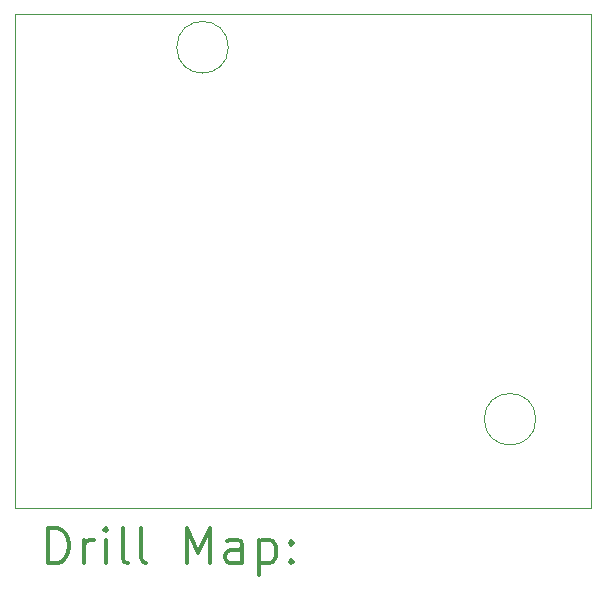
<source format=gbr>
%FSLAX45Y45*%
G04 Gerber Fmt 4.5, Leading zero omitted, Abs format (unit mm)*
G04 Created by KiCad (PCBNEW 5.99.0+really5.1.10+dfsg1-1) date 2021-12-19 10:59:43*
%MOMM*%
%LPD*%
G01*
G04 APERTURE LIST*
%TA.AperFunction,Profile*%
%ADD10C,0.050000*%
%TD*%
%TA.AperFunction,Profile*%
%ADD11C,0.100000*%
%TD*%
%ADD12C,0.200000*%
%ADD13C,0.300000*%
G04 APERTURE END LIST*
D10*
X11089699Y-8559800D02*
G75*
G03*
X11089699Y-8559800I-218499J0D01*
G01*
X13693199Y-11709400D02*
G75*
G03*
X13693199Y-11709400I-218499J0D01*
G01*
D11*
X14160500Y-8280400D02*
X14160500Y-12458700D01*
X9283700Y-8280400D02*
X14160500Y-8280400D01*
X9283700Y-12458700D02*
X9283700Y-8280400D01*
X14160500Y-12458700D02*
X9283700Y-12458700D01*
D12*
D13*
X9565128Y-12929414D02*
X9565128Y-12629414D01*
X9636557Y-12629414D01*
X9679414Y-12643700D01*
X9707986Y-12672271D01*
X9722271Y-12700843D01*
X9736557Y-12757986D01*
X9736557Y-12800843D01*
X9722271Y-12857986D01*
X9707986Y-12886557D01*
X9679414Y-12915129D01*
X9636557Y-12929414D01*
X9565128Y-12929414D01*
X9865128Y-12929414D02*
X9865128Y-12729414D01*
X9865128Y-12786557D02*
X9879414Y-12757986D01*
X9893700Y-12743700D01*
X9922271Y-12729414D01*
X9950843Y-12729414D01*
X10050843Y-12929414D02*
X10050843Y-12729414D01*
X10050843Y-12629414D02*
X10036557Y-12643700D01*
X10050843Y-12657986D01*
X10065128Y-12643700D01*
X10050843Y-12629414D01*
X10050843Y-12657986D01*
X10236557Y-12929414D02*
X10207986Y-12915129D01*
X10193700Y-12886557D01*
X10193700Y-12629414D01*
X10393700Y-12929414D02*
X10365128Y-12915129D01*
X10350843Y-12886557D01*
X10350843Y-12629414D01*
X10736557Y-12929414D02*
X10736557Y-12629414D01*
X10836557Y-12843700D01*
X10936557Y-12629414D01*
X10936557Y-12929414D01*
X11207986Y-12929414D02*
X11207986Y-12772271D01*
X11193700Y-12743700D01*
X11165128Y-12729414D01*
X11107986Y-12729414D01*
X11079414Y-12743700D01*
X11207986Y-12915129D02*
X11179414Y-12929414D01*
X11107986Y-12929414D01*
X11079414Y-12915129D01*
X11065128Y-12886557D01*
X11065128Y-12857986D01*
X11079414Y-12829414D01*
X11107986Y-12815129D01*
X11179414Y-12815129D01*
X11207986Y-12800843D01*
X11350843Y-12729414D02*
X11350843Y-13029414D01*
X11350843Y-12743700D02*
X11379414Y-12729414D01*
X11436557Y-12729414D01*
X11465128Y-12743700D01*
X11479414Y-12757986D01*
X11493700Y-12786557D01*
X11493700Y-12872271D01*
X11479414Y-12900843D01*
X11465128Y-12915129D01*
X11436557Y-12929414D01*
X11379414Y-12929414D01*
X11350843Y-12915129D01*
X11622271Y-12900843D02*
X11636557Y-12915129D01*
X11622271Y-12929414D01*
X11607986Y-12915129D01*
X11622271Y-12900843D01*
X11622271Y-12929414D01*
X11622271Y-12743700D02*
X11636557Y-12757986D01*
X11622271Y-12772271D01*
X11607986Y-12757986D01*
X11622271Y-12743700D01*
X11622271Y-12772271D01*
M02*

</source>
